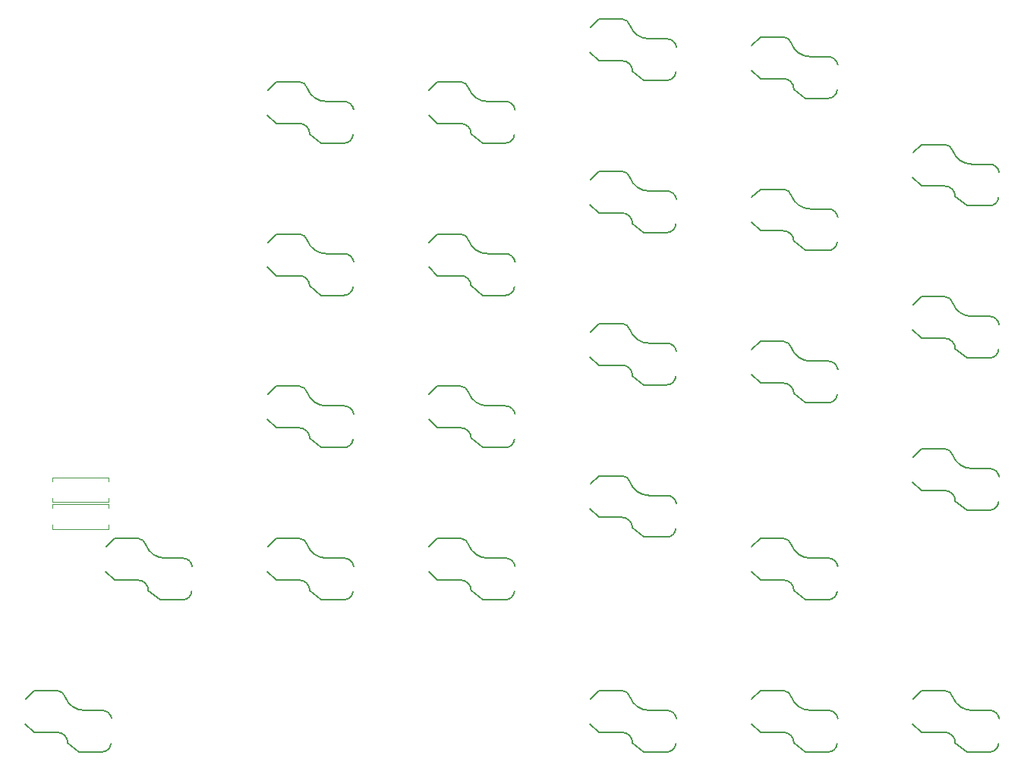
<source format=gbo>
%TF.GenerationSoftware,KiCad,Pcbnew,(5.99.0-12766-g4a3658027e)*%
%TF.CreationDate,2021-12-04T14:11:47+09:00*%
%TF.ProjectId,right,72696768-742e-46b6-9963-61645f706362,rev?*%
%TF.SameCoordinates,Original*%
%TF.FileFunction,Legend,Bot*%
%TF.FilePolarity,Positive*%
%FSLAX46Y46*%
G04 Gerber Fmt 4.6, Leading zero omitted, Abs format (unit mm)*
G04 Created by KiCad (PCBNEW (5.99.0-12766-g4a3658027e)) date 2021-12-04 14:11:47*
%MOMM*%
%LPD*%
G01*
G04 APERTURE LIST*
%ADD10C,0.150000*%
%ADD11C,0.120000*%
%ADD12R,1.600000X1.600000*%
%ADD13O,1.600000X1.600000*%
%ADD14C,1.600000*%
%ADD15C,3.000000*%
%ADD16C,3.400000*%
%ADD17C,1.900000*%
%ADD18C,0.990600*%
%ADD19R,2.600000X2.600000*%
%ADD20R,1.950000X2.600000*%
%ADD21C,2.000000*%
%ADD22C,1.524000*%
%ADD23C,5.700000*%
%ADD24O,0.800000X0.800000*%
%ADD25O,1.800000X1.150000*%
%ADD26O,2.000000X1.450000*%
G04 APERTURE END LIST*
D10*
%TO.C,U2*%
%TO.C,SW24*%
X198204886Y-27137500D02*
X200179886Y-27137500D01*
X192604886Y-24937500D02*
X191654886Y-25862500D01*
X192600000Y-29587500D02*
X191600000Y-28650000D01*
X197629886Y-31787500D02*
X196354886Y-30762500D01*
X197629886Y-31787500D02*
X200179886Y-31787500D01*
X192604886Y-24937500D02*
X195204886Y-24937500D01*
X192604886Y-29587500D02*
X195179886Y-29587500D01*
X200179886Y-27137501D02*
G75*
G02*
X201254886Y-28062500I0J-1087162D01*
G01*
X195205881Y-24938709D02*
G75*
G02*
X196067085Y-25640596I-38796J-926887D01*
G01*
X196067085Y-25640596D02*
G75*
G03*
X198204886Y-27137500I2137801J778096D01*
G01*
X196354886Y-30762500D02*
G75*
G03*
X195179886Y-29587500I-1175000J0D01*
G01*
X200179886Y-31787500D02*
G75*
G03*
X201179886Y-30862500I0J1003040D01*
G01*
%TO.C,SW25*%
X197629886Y-48787500D02*
X200179886Y-48787500D01*
X197629886Y-48787500D02*
X196354886Y-47762500D01*
X192604886Y-41937500D02*
X195204886Y-41937500D01*
X192604886Y-41937500D02*
X191654886Y-42862500D01*
X192604886Y-46587500D02*
X195179886Y-46587500D01*
X192600000Y-46587500D02*
X191600000Y-45650000D01*
X198204886Y-44137500D02*
X200179886Y-44137500D01*
X195205881Y-41938709D02*
G75*
G02*
X196067085Y-42640596I-38796J-926887D01*
G01*
X196354886Y-47762500D02*
G75*
G03*
X195179886Y-46587500I-1175000J0D01*
G01*
X196067085Y-42640596D02*
G75*
G03*
X198204886Y-44137500I2137801J778096D01*
G01*
X200179886Y-44137501D02*
G75*
G02*
X201254886Y-45062500I0J-1087162D01*
G01*
X200179886Y-48787500D02*
G75*
G03*
X201179886Y-47862500I0J1003040D01*
G01*
%TO.C,SW26*%
X197629886Y-65787500D02*
X200179886Y-65787500D01*
X192604886Y-58937500D02*
X191654886Y-59862500D01*
X198204886Y-61137500D02*
X200179886Y-61137500D01*
X192600000Y-63587500D02*
X191600000Y-62650000D01*
X192604886Y-58937500D02*
X195204886Y-58937500D01*
X197629886Y-65787500D02*
X196354886Y-64762500D01*
X192604886Y-63587500D02*
X195179886Y-63587500D01*
X196354886Y-64762500D02*
G75*
G03*
X195179886Y-63587500I-1175000J0D01*
G01*
X196067085Y-59640596D02*
G75*
G03*
X198204886Y-61137500I2137801J778096D01*
G01*
X195205881Y-58938709D02*
G75*
G02*
X196067085Y-59640596I-38796J-926887D01*
G01*
X200179886Y-65787500D02*
G75*
G03*
X201179886Y-64862500I0J1003040D01*
G01*
X200179886Y-61137501D02*
G75*
G02*
X201254886Y-62062500I0J-1087162D01*
G01*
%TO.C,SW28*%
X234204886Y-95137500D02*
X236179886Y-95137500D01*
X228604886Y-97587500D02*
X231179886Y-97587500D01*
X228600000Y-97587500D02*
X227600000Y-96650000D01*
X228604886Y-92937500D02*
X227654886Y-93862500D01*
X228604886Y-92937500D02*
X231204886Y-92937500D01*
X233629886Y-99787500D02*
X236179886Y-99787500D01*
X233629886Y-99787500D02*
X232354886Y-98762500D01*
X236179886Y-99787500D02*
G75*
G03*
X237179886Y-98862500I0J1003040D01*
G01*
X236179886Y-95137501D02*
G75*
G02*
X237254886Y-96062500I0J-1087162D01*
G01*
X232067085Y-93640596D02*
G75*
G03*
X234204886Y-95137500I2137801J778096D01*
G01*
X232354886Y-98762500D02*
G75*
G03*
X231179886Y-97587500I-1175000J0D01*
G01*
X231205881Y-92938709D02*
G75*
G02*
X232067085Y-93640596I-38796J-926887D01*
G01*
%TO.C,SW29*%
X216204886Y-27137500D02*
X218179886Y-27137500D01*
X215629886Y-31787500D02*
X214354886Y-30762500D01*
X210604886Y-24937500D02*
X213204886Y-24937500D01*
X210604886Y-24937500D02*
X209654886Y-25862500D01*
X215629886Y-31787500D02*
X218179886Y-31787500D01*
X210600000Y-29587500D02*
X209600000Y-28650000D01*
X210604886Y-29587500D02*
X213179886Y-29587500D01*
X214067085Y-25640596D02*
G75*
G03*
X216204886Y-27137500I2137801J778096D01*
G01*
X218179886Y-31787500D02*
G75*
G03*
X219179886Y-30862500I0J1003040D01*
G01*
X213205881Y-24938709D02*
G75*
G02*
X214067085Y-25640596I-38796J-926887D01*
G01*
X214354886Y-30762500D02*
G75*
G03*
X213179886Y-29587500I-1175000J0D01*
G01*
X218179886Y-27137501D02*
G75*
G02*
X219254886Y-28062500I0J-1087162D01*
G01*
%TO.C,SW30*%
X215629886Y-48787500D02*
X214354886Y-47762500D01*
X216204886Y-44137500D02*
X218179886Y-44137500D01*
X210604886Y-41937500D02*
X213204886Y-41937500D01*
X210600000Y-46587500D02*
X209600000Y-45650000D01*
X210604886Y-46587500D02*
X213179886Y-46587500D01*
X210604886Y-41937500D02*
X209654886Y-42862500D01*
X215629886Y-48787500D02*
X218179886Y-48787500D01*
X214354886Y-47762500D02*
G75*
G03*
X213179886Y-46587500I-1175000J0D01*
G01*
X218179886Y-48787500D02*
G75*
G03*
X219179886Y-47862500I0J1003040D01*
G01*
X214067085Y-42640596D02*
G75*
G03*
X216204886Y-44137500I2137801J778096D01*
G01*
X218179886Y-44137501D02*
G75*
G02*
X219254886Y-45062500I0J-1087162D01*
G01*
X213205881Y-41938709D02*
G75*
G02*
X214067085Y-42640596I-38796J-926887D01*
G01*
%TO.C,SW31*%
X210600000Y-63587500D02*
X209600000Y-62650000D01*
X215629886Y-65787500D02*
X214354886Y-64762500D01*
X215629886Y-65787500D02*
X218179886Y-65787500D01*
X210604886Y-58937500D02*
X213204886Y-58937500D01*
X216204886Y-61137500D02*
X218179886Y-61137500D01*
X210604886Y-58937500D02*
X209654886Y-59862500D01*
X210604886Y-63587500D02*
X213179886Y-63587500D01*
X218179886Y-65787500D02*
G75*
G03*
X219179886Y-64862500I0J1003040D01*
G01*
X214354886Y-64762500D02*
G75*
G03*
X213179886Y-63587500I-1175000J0D01*
G01*
X218179886Y-61137501D02*
G75*
G02*
X219254886Y-62062500I0J-1087162D01*
G01*
X214067085Y-59640596D02*
G75*
G03*
X216204886Y-61137500I2137801J778096D01*
G01*
X213205881Y-58938709D02*
G75*
G02*
X214067085Y-59640596I-38796J-926887D01*
G01*
%TO.C,SW33*%
X251629886Y-82787500D02*
X254179886Y-82787500D01*
X246604886Y-80587500D02*
X249179886Y-80587500D01*
X252204886Y-78137500D02*
X254179886Y-78137500D01*
X246604886Y-75937500D02*
X245654886Y-76862500D01*
X246604886Y-75937500D02*
X249204886Y-75937500D01*
X251629886Y-82787500D02*
X250354886Y-81762500D01*
X246600000Y-80587500D02*
X245600000Y-79650000D01*
X250067085Y-76640596D02*
G75*
G03*
X252204886Y-78137500I2137801J778096D01*
G01*
X250354886Y-81762500D02*
G75*
G03*
X249179886Y-80587500I-1175000J0D01*
G01*
X254179886Y-78137501D02*
G75*
G02*
X255254886Y-79062500I0J-1087162D01*
G01*
X249205881Y-75938709D02*
G75*
G02*
X250067085Y-76640596I-38796J-926887D01*
G01*
X254179886Y-82787500D02*
G75*
G03*
X255179886Y-81862500I0J1003040D01*
G01*
%TO.C,SW34*%
X228604886Y-17937500D02*
X227654886Y-18862500D01*
X233629886Y-24787500D02*
X232354886Y-23762500D01*
X228600000Y-22587500D02*
X227600000Y-21650000D01*
X234204886Y-20137500D02*
X236179886Y-20137500D01*
X228604886Y-22587500D02*
X231179886Y-22587500D01*
X228604886Y-17937500D02*
X231204886Y-17937500D01*
X233629886Y-24787500D02*
X236179886Y-24787500D01*
X232354886Y-23762500D02*
G75*
G03*
X231179886Y-22587500I-1175000J0D01*
G01*
X236179886Y-24787500D02*
G75*
G03*
X237179886Y-23862500I0J1003040D01*
G01*
X232067085Y-18640596D02*
G75*
G03*
X234204886Y-20137500I2137801J778096D01*
G01*
X231205881Y-17938709D02*
G75*
G02*
X232067085Y-18640596I-38796J-926887D01*
G01*
X236179886Y-20137501D02*
G75*
G02*
X237254886Y-21062500I0J-1087162D01*
G01*
%TO.C,SW35*%
X228604886Y-34937500D02*
X231204886Y-34937500D01*
X233629886Y-41787500D02*
X236179886Y-41787500D01*
X228604886Y-39587500D02*
X231179886Y-39587500D01*
X233629886Y-41787500D02*
X232354886Y-40762500D01*
X234204886Y-37137500D02*
X236179886Y-37137500D01*
X228600000Y-39587500D02*
X227600000Y-38650000D01*
X228604886Y-34937500D02*
X227654886Y-35862500D01*
X236179886Y-37137501D02*
G75*
G02*
X237254886Y-38062500I0J-1087162D01*
G01*
X232354886Y-40762500D02*
G75*
G03*
X231179886Y-39587500I-1175000J0D01*
G01*
X236179886Y-41787500D02*
G75*
G03*
X237179886Y-40862500I0J1003040D01*
G01*
X231205881Y-34938709D02*
G75*
G02*
X232067085Y-35640596I-38796J-926887D01*
G01*
X232067085Y-35640596D02*
G75*
G03*
X234204886Y-37137500I2137801J778096D01*
G01*
%TO.C,SW36*%
X228604886Y-51937500D02*
X227654886Y-52862500D01*
X233629886Y-58787500D02*
X232354886Y-57762500D01*
X233629886Y-58787500D02*
X236179886Y-58787500D01*
X228600000Y-56587500D02*
X227600000Y-55650000D01*
X234204886Y-54137500D02*
X236179886Y-54137500D01*
X228604886Y-56587500D02*
X231179886Y-56587500D01*
X228604886Y-51937500D02*
X231204886Y-51937500D01*
X232067085Y-52640596D02*
G75*
G03*
X234204886Y-54137500I2137801J778096D01*
G01*
X236179886Y-58787500D02*
G75*
G03*
X237179886Y-57862500I0J1003040D01*
G01*
X236179886Y-54137501D02*
G75*
G02*
X237254886Y-55062500I0J-1087162D01*
G01*
X231205881Y-51938709D02*
G75*
G02*
X232067085Y-52640596I-38796J-926887D01*
G01*
X232354886Y-57762500D02*
G75*
G03*
X231179886Y-56587500I-1175000J0D01*
G01*
%TO.C,SW38*%
X251629886Y-99787500D02*
X254179886Y-99787500D01*
X252204886Y-95137500D02*
X254179886Y-95137500D01*
X246604886Y-92937500D02*
X245654886Y-93862500D01*
X246600000Y-97587500D02*
X245600000Y-96650000D01*
X246604886Y-92937500D02*
X249204886Y-92937500D01*
X251629886Y-99787500D02*
X250354886Y-98762500D01*
X246604886Y-97587500D02*
X249179886Y-97587500D01*
X250067085Y-93640596D02*
G75*
G03*
X252204886Y-95137500I2137801J778096D01*
G01*
X254179886Y-95137501D02*
G75*
G02*
X255254886Y-96062500I0J-1087162D01*
G01*
X249205881Y-92938709D02*
G75*
G02*
X250067085Y-93640596I-38796J-926887D01*
G01*
X254179886Y-99787500D02*
G75*
G03*
X255179886Y-98862500I0J1003040D01*
G01*
X250354886Y-98762500D02*
G75*
G03*
X249179886Y-97587500I-1175000J0D01*
G01*
%TO.C,SW39*%
X246604886Y-19937500D02*
X245654886Y-20862500D01*
X246604886Y-19937500D02*
X249204886Y-19937500D01*
X246604886Y-24587500D02*
X249179886Y-24587500D01*
X251629886Y-26787500D02*
X254179886Y-26787500D01*
X252204886Y-22137500D02*
X254179886Y-22137500D01*
X251629886Y-26787500D02*
X250354886Y-25762500D01*
X246600000Y-24587500D02*
X245600000Y-23650000D01*
X250354886Y-25762500D02*
G75*
G03*
X249179886Y-24587500I-1175000J0D01*
G01*
X254179886Y-26787500D02*
G75*
G03*
X255179886Y-25862500I0J1003040D01*
G01*
X249205881Y-19938709D02*
G75*
G02*
X250067085Y-20640596I-38796J-926887D01*
G01*
X254179886Y-22137501D02*
G75*
G02*
X255254886Y-23062500I0J-1087162D01*
G01*
X250067085Y-20640596D02*
G75*
G03*
X252204886Y-22137500I2137801J778096D01*
G01*
%TO.C,SW40*%
X246604886Y-36937500D02*
X249204886Y-36937500D01*
X251629886Y-43787500D02*
X254179886Y-43787500D01*
X251629886Y-43787500D02*
X250354886Y-42762500D01*
X246604886Y-41587500D02*
X249179886Y-41587500D01*
X252204886Y-39137500D02*
X254179886Y-39137500D01*
X246604886Y-36937500D02*
X245654886Y-37862500D01*
X246600000Y-41587500D02*
X245600000Y-40650000D01*
X250067085Y-37640596D02*
G75*
G03*
X252204886Y-39137500I2137801J778096D01*
G01*
X254179886Y-43787500D02*
G75*
G03*
X255179886Y-42862500I0J1003040D01*
G01*
X249205881Y-36938709D02*
G75*
G02*
X250067085Y-37640596I-38796J-926887D01*
G01*
X250354886Y-42762500D02*
G75*
G03*
X249179886Y-41587500I-1175000J0D01*
G01*
X254179886Y-39137501D02*
G75*
G02*
X255254886Y-40062500I0J-1087162D01*
G01*
%TO.C,SW41*%
X246604886Y-58587500D02*
X249179886Y-58587500D01*
X251629886Y-60787500D02*
X250354886Y-59762500D01*
X246604886Y-53937500D02*
X245654886Y-54862500D01*
X246604886Y-53937500D02*
X249204886Y-53937500D01*
X251629886Y-60787500D02*
X254179886Y-60787500D01*
X246600000Y-58587500D02*
X245600000Y-57650000D01*
X252204886Y-56137500D02*
X254179886Y-56137500D01*
X250067085Y-54640596D02*
G75*
G03*
X252204886Y-56137500I2137801J778096D01*
G01*
X250354886Y-59762500D02*
G75*
G03*
X249179886Y-58587500I-1175000J0D01*
G01*
X249205881Y-53938709D02*
G75*
G02*
X250067085Y-54640596I-38796J-926887D01*
G01*
X254179886Y-56137501D02*
G75*
G02*
X255254886Y-57062500I0J-1087162D01*
G01*
X254179886Y-60787500D02*
G75*
G03*
X255179886Y-59862500I0J1003040D01*
G01*
%TO.C,SW43*%
X269629886Y-38787500D02*
X272179886Y-38787500D01*
X264600000Y-36587500D02*
X263600000Y-35650000D01*
X264604886Y-36587500D02*
X267179886Y-36587500D01*
X270204886Y-34137500D02*
X272179886Y-34137500D01*
X264604886Y-31937500D02*
X263654886Y-32862500D01*
X264604886Y-31937500D02*
X267204886Y-31937500D01*
X269629886Y-38787500D02*
X268354886Y-37762500D01*
X272179886Y-38787500D02*
G75*
G03*
X273179886Y-37862500I0J1003040D01*
G01*
X268067085Y-32640596D02*
G75*
G03*
X270204886Y-34137500I2137801J778096D01*
G01*
X272179886Y-34137501D02*
G75*
G02*
X273254886Y-35062500I0J-1087162D01*
G01*
X268354886Y-37762500D02*
G75*
G03*
X267179886Y-36587500I-1175000J0D01*
G01*
X267205881Y-31938709D02*
G75*
G02*
X268067085Y-32640596I-38796J-926887D01*
G01*
%TO.C,SW44*%
X269629886Y-55787500D02*
X268354886Y-54762500D01*
X270204886Y-51137500D02*
X272179886Y-51137500D01*
X264600000Y-53587500D02*
X263600000Y-52650000D01*
X264604886Y-48937500D02*
X263654886Y-49862500D01*
X264604886Y-48937500D02*
X267204886Y-48937500D01*
X264604886Y-53587500D02*
X267179886Y-53587500D01*
X269629886Y-55787500D02*
X272179886Y-55787500D01*
X267205881Y-48938709D02*
G75*
G02*
X268067085Y-49640596I-38796J-926887D01*
G01*
X272179886Y-51137501D02*
G75*
G02*
X273254886Y-52062500I0J-1087162D01*
G01*
X268067085Y-49640596D02*
G75*
G03*
X270204886Y-51137500I2137801J778096D01*
G01*
X268354886Y-54762500D02*
G75*
G03*
X267179886Y-53587500I-1175000J0D01*
G01*
X272179886Y-55787500D02*
G75*
G03*
X273179886Y-54862500I0J1003040D01*
G01*
%TO.C,SW45*%
X264600000Y-70587500D02*
X263600000Y-69650000D01*
X269629886Y-72787500D02*
X272179886Y-72787500D01*
X264604886Y-65937500D02*
X267204886Y-65937500D01*
X264604886Y-65937500D02*
X263654886Y-66862500D01*
X264604886Y-70587500D02*
X267179886Y-70587500D01*
X269629886Y-72787500D02*
X268354886Y-71762500D01*
X270204886Y-68137500D02*
X272179886Y-68137500D01*
X268067085Y-66640596D02*
G75*
G03*
X270204886Y-68137500I2137801J778096D01*
G01*
X268354886Y-71762500D02*
G75*
G03*
X267179886Y-70587500I-1175000J0D01*
G01*
X272179886Y-68137501D02*
G75*
G02*
X273254886Y-69062500I0J-1087162D01*
G01*
X267205881Y-65938709D02*
G75*
G02*
X268067085Y-66640596I-38796J-926887D01*
G01*
X272179886Y-72787500D02*
G75*
G03*
X273179886Y-71862500I0J1003040D01*
G01*
%TO.C,SW37*%
X192604886Y-75937500D02*
X191654886Y-76862500D01*
X192604886Y-75937500D02*
X195204886Y-75937500D01*
X192604886Y-80587500D02*
X195179886Y-80587500D01*
X192600000Y-80587500D02*
X191600000Y-79650000D01*
X197629886Y-82787500D02*
X196354886Y-81762500D01*
X197629886Y-82787500D02*
X200179886Y-82787500D01*
X198204886Y-78137500D02*
X200179886Y-78137500D01*
X195205881Y-75938709D02*
G75*
G02*
X196067085Y-76640596I-38796J-926887D01*
G01*
X200179886Y-82787500D02*
G75*
G03*
X201179886Y-81862500I0J1003040D01*
G01*
X196354886Y-81762500D02*
G75*
G03*
X195179886Y-80587500I-1175000J0D01*
G01*
X196067085Y-76640596D02*
G75*
G03*
X198204886Y-78137500I2137801J778096D01*
G01*
X200179886Y-78137501D02*
G75*
G02*
X201254886Y-79062500I0J-1087162D01*
G01*
%TO.C,SW42*%
X210600000Y-80587500D02*
X209600000Y-79650000D01*
X215629886Y-82787500D02*
X218179886Y-82787500D01*
X216204886Y-78137500D02*
X218179886Y-78137500D01*
X210604886Y-75937500D02*
X209654886Y-76862500D01*
X215629886Y-82787500D02*
X214354886Y-81762500D01*
X210604886Y-80587500D02*
X213179886Y-80587500D01*
X210604886Y-75937500D02*
X213204886Y-75937500D01*
X213205881Y-75938709D02*
G75*
G02*
X214067085Y-76640596I-38796J-926887D01*
G01*
X214067085Y-76640596D02*
G75*
G03*
X216204886Y-78137500I2137801J778096D01*
G01*
X214354886Y-81762500D02*
G75*
G03*
X213179886Y-80587500I-1175000J0D01*
G01*
X218179886Y-78137501D02*
G75*
G02*
X219254886Y-79062500I0J-1087162D01*
G01*
X218179886Y-82787500D02*
G75*
G03*
X219179886Y-81862500I0J1003040D01*
G01*
%TO.C,SW32*%
X174600000Y-80587500D02*
X173600000Y-79650000D01*
X174604886Y-80587500D02*
X177179886Y-80587500D01*
X174604886Y-75937500D02*
X177204886Y-75937500D01*
X179629886Y-82787500D02*
X182179886Y-82787500D01*
X174604886Y-75937500D02*
X173654886Y-76862500D01*
X179629886Y-82787500D02*
X178354886Y-81762500D01*
X180204886Y-78137500D02*
X182179886Y-78137500D01*
X178354886Y-81762500D02*
G75*
G03*
X177179886Y-80587500I-1175000J0D01*
G01*
X182179886Y-82787500D02*
G75*
G03*
X183179886Y-81862500I0J1003040D01*
G01*
X178067085Y-76640596D02*
G75*
G03*
X180204886Y-78137500I2137801J778096D01*
G01*
X182179886Y-78137501D02*
G75*
G02*
X183254886Y-79062500I0J-1087162D01*
G01*
X177205881Y-75938709D02*
G75*
G02*
X178067085Y-76640596I-38796J-926887D01*
G01*
%TO.C,SW27*%
X171204886Y-95137500D02*
X173179886Y-95137500D01*
X170629886Y-99787500D02*
X173179886Y-99787500D01*
X165604886Y-97587500D02*
X168179886Y-97587500D01*
X165604886Y-92937500D02*
X168204886Y-92937500D01*
X165604886Y-92937500D02*
X164654886Y-93862500D01*
X165600000Y-97587500D02*
X164600000Y-96650000D01*
X170629886Y-99787500D02*
X169354886Y-98762500D01*
X169067085Y-93640596D02*
G75*
G03*
X171204886Y-95137500I2137801J778096D01*
G01*
X168205881Y-92938709D02*
G75*
G02*
X169067085Y-93640596I-38796J-926887D01*
G01*
X173179886Y-95137501D02*
G75*
G02*
X174254886Y-96062500I0J-1087162D01*
G01*
X173179886Y-99787500D02*
G75*
G03*
X174179886Y-98862500I0J1003040D01*
G01*
X169354886Y-98762500D02*
G75*
G03*
X168179886Y-97587500I-1175000J0D01*
G01*
%TO.C,SW46*%
X228604886Y-68937500D02*
X227654886Y-69862500D01*
X233629886Y-75787500D02*
X236179886Y-75787500D01*
X233629886Y-75787500D02*
X232354886Y-74762500D01*
X228604886Y-73587500D02*
X231179886Y-73587500D01*
X228600000Y-73587500D02*
X227600000Y-72650000D01*
X234204886Y-71137500D02*
X236179886Y-71137500D01*
X228604886Y-68937500D02*
X231204886Y-68937500D01*
X232067085Y-69640596D02*
G75*
G03*
X234204886Y-71137500I2137801J778096D01*
G01*
X232354886Y-74762500D02*
G75*
G03*
X231179886Y-73587500I-1175000J0D01*
G01*
X231205881Y-68938709D02*
G75*
G02*
X232067085Y-69640596I-38796J-926887D01*
G01*
X236179886Y-71137501D02*
G75*
G02*
X237254886Y-72062500I0J-1087162D01*
G01*
X236179886Y-75787500D02*
G75*
G03*
X237179886Y-74862500I0J1003040D01*
G01*
%TO.C,SW50*%
X269629886Y-99787500D02*
X272179886Y-99787500D01*
X264604886Y-97587500D02*
X267179886Y-97587500D01*
X264600000Y-97587500D02*
X263600000Y-96650000D01*
X270204886Y-95137500D02*
X272179886Y-95137500D01*
X264604886Y-92937500D02*
X263654886Y-93862500D01*
X269629886Y-99787500D02*
X268354886Y-98762500D01*
X264604886Y-92937500D02*
X267204886Y-92937500D01*
X268354886Y-98762500D02*
G75*
G03*
X267179886Y-97587500I-1175000J0D01*
G01*
X272179886Y-99787500D02*
G75*
G03*
X273179886Y-98862500I0J1003040D01*
G01*
X268067085Y-93640596D02*
G75*
G03*
X270204886Y-95137500I2137801J778096D01*
G01*
X267205881Y-92938709D02*
G75*
G02*
X268067085Y-93640596I-38796J-926887D01*
G01*
X272179886Y-95137501D02*
G75*
G02*
X273254886Y-96062500I0J-1087162D01*
G01*
D11*
%TO.C,C4*%
X173870000Y-69130000D02*
X167630000Y-69130000D01*
X173870000Y-71425000D02*
X173870000Y-71870000D01*
X167630000Y-71425000D02*
X167630000Y-71870000D01*
X173870000Y-71870000D02*
X167630000Y-71870000D01*
X173870000Y-69130000D02*
X173870000Y-69575000D01*
X167630000Y-69130000D02*
X167630000Y-69575000D01*
%TO.C,C3*%
X167630000Y-72130000D02*
X167630000Y-72575000D01*
X173870000Y-74425000D02*
X173870000Y-74870000D01*
X173870000Y-74870000D02*
X167630000Y-74870000D01*
X173870000Y-72130000D02*
X173870000Y-72575000D01*
X173870000Y-72130000D02*
X167630000Y-72130000D01*
X167630000Y-74425000D02*
X167630000Y-74870000D01*
%TD*%
%LPC*%
D12*
%TO.C,D24*%
X265750000Y-20500000D03*
D13*
X258130000Y-20500000D03*
%TD*%
D12*
%TO.C,D27*%
X185000000Y-96250000D03*
D13*
X192620000Y-96250000D03*
%TD*%
D12*
%TO.C,D28*%
X265750000Y-84000000D03*
D13*
X258130000Y-84000000D03*
%TD*%
D12*
%TO.C,D29*%
X265750000Y-23000000D03*
D13*
X258130000Y-23000000D03*
%TD*%
D12*
%TO.C,D30*%
X204500000Y-98750000D03*
D13*
X212120000Y-98750000D03*
%TD*%
D12*
%TO.C,D32*%
X185000000Y-98750000D03*
D13*
X192620000Y-98750000D03*
%TD*%
D12*
%TO.C,D34*%
X265750000Y-25500000D03*
D13*
X258130000Y-25500000D03*
%TD*%
D12*
%TO.C,D35*%
X204500000Y-101250000D03*
D13*
X212120000Y-101250000D03*
%TD*%
D12*
%TO.C,D38*%
X265750000Y-86500000D03*
D13*
X258130000Y-86500000D03*
%TD*%
D12*
%TO.C,D40*%
X204500000Y-103750000D03*
D13*
X212120000Y-103750000D03*
%TD*%
D12*
%TO.C,D41*%
X194750000Y-103750000D03*
D13*
X202370000Y-103750000D03*
%TD*%
D12*
%TO.C,D42*%
X185000000Y-103750000D03*
D13*
X192620000Y-103750000D03*
%TD*%
D12*
%TO.C,D43*%
X265750000Y-30500000D03*
D13*
X258130000Y-30500000D03*
%TD*%
D12*
%TO.C,D44*%
X204500000Y-106250000D03*
D13*
X212120000Y-106250000D03*
%TD*%
D12*
%TO.C,D45*%
X194750000Y-106250000D03*
D13*
X202370000Y-106250000D03*
%TD*%
D14*
%TO.C,R3*%
X178000000Y-100500000D03*
D13*
X178000000Y-108120000D03*
%TD*%
D15*
%TO.C,SW24*%
X199000000Y-29500000D03*
X194000000Y-27300000D03*
D16*
X194000000Y-33250000D03*
D17*
X188500000Y-33250000D03*
D18*
X188780000Y-37450000D03*
D17*
X199500000Y-33250000D03*
D19*
X190700000Y-27250000D03*
D20*
X202000000Y-29450000D03*
%TD*%
D17*
%TO.C,SW25*%
X199500000Y-50250000D03*
D18*
X188780000Y-54450000D03*
D17*
X188500000Y-50250000D03*
D15*
X194000000Y-44300000D03*
X199000000Y-46500000D03*
D16*
X194000000Y-50250000D03*
D19*
X190700000Y-44250000D03*
D20*
X202000000Y-46450000D03*
%TD*%
D16*
%TO.C,SW26*%
X194000000Y-67250000D03*
D17*
X188500000Y-67250000D03*
D18*
X188780000Y-71450000D03*
D17*
X199500000Y-67250000D03*
D15*
X194000000Y-61300000D03*
X199000000Y-63500000D03*
D19*
X190700000Y-61250000D03*
D20*
X202000000Y-63450000D03*
%TD*%
D18*
%TO.C,SW28*%
X224780000Y-105450000D03*
D16*
X230000000Y-101250000D03*
D15*
X235000000Y-97500000D03*
D17*
X235500000Y-101250000D03*
D15*
X230000000Y-95300000D03*
D17*
X224500000Y-101250000D03*
D19*
X226700000Y-95250000D03*
D20*
X238000000Y-97450000D03*
%TD*%
D16*
%TO.C,SW29*%
X212000000Y-33250000D03*
D18*
X206780000Y-37450000D03*
D17*
X217500000Y-33250000D03*
D15*
X212000000Y-27300000D03*
X217000000Y-29500000D03*
D17*
X206500000Y-33250000D03*
D19*
X208700000Y-27250000D03*
D20*
X220000000Y-29450000D03*
%TD*%
D15*
%TO.C,SW30*%
X217000000Y-46500000D03*
X212000000Y-44300000D03*
D17*
X206500000Y-50250000D03*
D16*
X212000000Y-50250000D03*
D18*
X206780000Y-54450000D03*
D17*
X217500000Y-50250000D03*
D19*
X208700000Y-44250000D03*
D20*
X220000000Y-46450000D03*
%TD*%
D16*
%TO.C,SW31*%
X212000000Y-67250000D03*
D17*
X206500000Y-67250000D03*
X217500000Y-67250000D03*
D15*
X212000000Y-61300000D03*
X217000000Y-63500000D03*
D18*
X206780000Y-71450000D03*
D19*
X208700000Y-61250000D03*
D20*
X220000000Y-63450000D03*
%TD*%
D17*
%TO.C,SW33*%
X253500000Y-84250000D03*
D15*
X253000000Y-80500000D03*
D18*
X242780000Y-88450000D03*
D17*
X242500000Y-84250000D03*
D16*
X248000000Y-84250000D03*
D15*
X248000000Y-78300000D03*
D19*
X244700000Y-78250000D03*
D20*
X256000000Y-80450000D03*
%TD*%
D18*
%TO.C,SW34*%
X224780000Y-30450000D03*
D17*
X235500000Y-26250000D03*
D15*
X230000000Y-20300000D03*
D16*
X230000000Y-26250000D03*
D15*
X235000000Y-22500000D03*
D17*
X224500000Y-26250000D03*
D19*
X226700000Y-20250000D03*
D20*
X238000000Y-22450000D03*
%TD*%
D18*
%TO.C,SW35*%
X224780000Y-47450000D03*
D16*
X230000000Y-43250000D03*
D17*
X224500000Y-43250000D03*
X235500000Y-43250000D03*
D15*
X230000000Y-37300000D03*
X235000000Y-39500000D03*
D19*
X226700000Y-37250000D03*
D20*
X238000000Y-39450000D03*
%TD*%
D17*
%TO.C,SW36*%
X235500000Y-60250000D03*
D15*
X235000000Y-56500000D03*
D17*
X224500000Y-60250000D03*
D16*
X230000000Y-60250000D03*
D15*
X230000000Y-54300000D03*
D18*
X224780000Y-64450000D03*
D19*
X226700000Y-54250000D03*
D20*
X238000000Y-56450000D03*
%TD*%
D17*
%TO.C,SW38*%
X253500000Y-101250000D03*
D15*
X253000000Y-97500000D03*
X248000000Y-95300000D03*
D17*
X242500000Y-101250000D03*
D16*
X248000000Y-101250000D03*
D18*
X242780000Y-105450000D03*
D19*
X244700000Y-95250000D03*
D20*
X256000000Y-97450000D03*
%TD*%
D15*
%TO.C,SW39*%
X248000000Y-22300000D03*
X253000000Y-24500000D03*
D17*
X242500000Y-28250000D03*
D18*
X242780000Y-32450000D03*
D17*
X253500000Y-28250000D03*
D16*
X248000000Y-28250000D03*
D19*
X244700000Y-22250000D03*
D20*
X256000000Y-24450000D03*
%TD*%
D17*
%TO.C,SW40*%
X242500000Y-45250000D03*
X253500000Y-45250000D03*
D18*
X242780000Y-49450000D03*
D16*
X248000000Y-45250000D03*
D15*
X253000000Y-41500000D03*
X248000000Y-39300000D03*
D19*
X244700000Y-39250000D03*
D20*
X256000000Y-41450000D03*
%TD*%
D15*
%TO.C,SW41*%
X248000000Y-56300000D03*
D17*
X242500000Y-62250000D03*
D18*
X242780000Y-66450000D03*
D15*
X253000000Y-58500000D03*
D17*
X253500000Y-62250000D03*
D16*
X248000000Y-62250000D03*
D19*
X244700000Y-56250000D03*
D20*
X256000000Y-58450000D03*
%TD*%
D15*
%TO.C,SW43*%
X266000000Y-34300000D03*
D17*
X260500000Y-40250000D03*
D16*
X266000000Y-40250000D03*
D15*
X271000000Y-36500000D03*
D18*
X260780000Y-44450000D03*
D17*
X271500000Y-40250000D03*
D19*
X262700000Y-34250000D03*
D20*
X274000000Y-36450000D03*
%TD*%
D15*
%TO.C,SW44*%
X266000000Y-51300000D03*
D18*
X260780000Y-61450000D03*
D16*
X266000000Y-57250000D03*
D15*
X271000000Y-53500000D03*
D17*
X260500000Y-57250000D03*
X271500000Y-57250000D03*
D19*
X262700000Y-51250000D03*
D20*
X274000000Y-53450000D03*
%TD*%
D17*
%TO.C,SW45*%
X260500000Y-74250000D03*
D15*
X271000000Y-70500000D03*
D16*
X266000000Y-74250000D03*
D17*
X271500000Y-74250000D03*
D18*
X260780000Y-78450000D03*
D15*
X266000000Y-68300000D03*
D19*
X262700000Y-68250000D03*
D20*
X274000000Y-70450000D03*
%TD*%
D21*
%TO.C,SW48*%
X176000000Y-74000000D03*
X182500000Y-74000000D03*
X176000000Y-69500000D03*
X182500000Y-69500000D03*
%TD*%
D22*
%TO.C,U2*%
X183361400Y-28772000D03*
X183361400Y-31312000D03*
X183361400Y-33852000D03*
X183361400Y-36392000D03*
X183361400Y-38932000D03*
X183361400Y-41472000D03*
X183361400Y-44012000D03*
X183361400Y-46552000D03*
X183361400Y-49092000D03*
X183361400Y-51632000D03*
X183361400Y-54172000D03*
X183361400Y-56712000D03*
X168141400Y-56712000D03*
X168141400Y-54172000D03*
X168141400Y-51632000D03*
X168141400Y-49092000D03*
X168141400Y-46552000D03*
X168141400Y-44012000D03*
X168141400Y-41472000D03*
X168141400Y-38932000D03*
X168141400Y-36392000D03*
X168141400Y-33852000D03*
X168141400Y-31312000D03*
X168141400Y-28772000D03*
%TD*%
D12*
%TO.C,D25*%
X204500000Y-96250000D03*
D13*
X212120000Y-96250000D03*
%TD*%
D12*
%TO.C,D26*%
X194750000Y-96250000D03*
D13*
X202370000Y-96250000D03*
%TD*%
D12*
%TO.C,D31*%
X194750000Y-98750000D03*
D13*
X202370000Y-98750000D03*
%TD*%
D12*
%TO.C,D33*%
X265750000Y-89000000D03*
D13*
X258130000Y-89000000D03*
%TD*%
D12*
%TO.C,D36*%
X194750000Y-101250000D03*
D13*
X202370000Y-101250000D03*
%TD*%
D12*
%TO.C,D37*%
X185000000Y-101250000D03*
D13*
X192620000Y-101250000D03*
%TD*%
D12*
%TO.C,D39*%
X265750000Y-28000000D03*
D13*
X258130000Y-28000000D03*
%TD*%
D15*
%TO.C,SW37*%
X199000000Y-80500000D03*
D16*
X194000000Y-84250000D03*
D17*
X188500000Y-84250000D03*
D15*
X194000000Y-78300000D03*
D17*
X199500000Y-84250000D03*
D18*
X188780000Y-88450000D03*
D19*
X190700000Y-78250000D03*
D20*
X202000000Y-80450000D03*
%TD*%
D16*
%TO.C,SW42*%
X212000000Y-84250000D03*
D17*
X206500000Y-84250000D03*
D15*
X217000000Y-80500000D03*
X212000000Y-78300000D03*
D17*
X217500000Y-84250000D03*
D18*
X206780000Y-88450000D03*
D19*
X208700000Y-78250000D03*
D20*
X220000000Y-80450000D03*
%TD*%
D17*
%TO.C,SW32*%
X181500000Y-84250000D03*
X170500000Y-84250000D03*
D18*
X170780000Y-88450000D03*
D16*
X176000000Y-84250000D03*
D15*
X181000000Y-80500000D03*
X176000000Y-78300000D03*
D19*
X172700000Y-78250000D03*
D20*
X184000000Y-80450000D03*
%TD*%
D16*
%TO.C,SW27*%
X167000000Y-101250000D03*
D17*
X172500000Y-101250000D03*
D15*
X167000000Y-95300000D03*
D17*
X161500000Y-101250000D03*
D18*
X161780000Y-105450000D03*
D15*
X172000000Y-97500000D03*
D19*
X163700000Y-95250000D03*
D20*
X175000000Y-97450000D03*
%TD*%
D12*
%TO.C,D46*%
X185000000Y-106250000D03*
D13*
X192620000Y-106250000D03*
%TD*%
D17*
%TO.C,SW46*%
X224500000Y-77250000D03*
D16*
X230000000Y-77250000D03*
D15*
X230000000Y-71300000D03*
D18*
X224780000Y-81450000D03*
D15*
X235000000Y-73500000D03*
D17*
X235500000Y-77250000D03*
D19*
X226700000Y-71250000D03*
D20*
X238000000Y-73450000D03*
%TD*%
D14*
%TO.C,R4*%
X181000000Y-100500000D03*
D13*
X181000000Y-108120000D03*
%TD*%
D23*
%TO.C,H15*%
X270250000Y-22500000D03*
%TD*%
D12*
%TO.C,D48*%
X265750000Y-91500000D03*
D13*
X258130000Y-91500000D03*
%TD*%
D23*
%TO.C,H10*%
X271750000Y-87750000D03*
%TD*%
%TO.C,H11*%
X179250000Y-96000000D03*
%TD*%
%TO.C,H14*%
X217750000Y-96000000D03*
%TD*%
D24*
%TO.C,J2*%
X171550000Y-66000000D03*
X171550000Y-61000000D03*
D25*
X168800000Y-59625000D03*
D26*
X172600000Y-59775000D03*
D25*
X168800000Y-67375000D03*
D26*
X172600000Y-67225000D03*
%TD*%
D23*
%TO.C,H13*%
X235750000Y-89250000D03*
%TD*%
D12*
%TO.C,BZ2*%
X181500000Y-63000000D03*
D14*
X177500000Y-63000000D03*
%TD*%
D23*
%TO.C,H9*%
X217750000Y-21500000D03*
%TD*%
D16*
%TO.C,SW50*%
X266000000Y-101250000D03*
D15*
X271000000Y-97500000D03*
X266000000Y-95300000D03*
D17*
X271500000Y-101250000D03*
X260500000Y-101250000D03*
D18*
X260780000Y-105450000D03*
D19*
X262700000Y-95250000D03*
D20*
X274000000Y-97450000D03*
%TD*%
D23*
%TO.C,H12*%
X194500000Y-21500000D03*
%TD*%
D14*
%TO.C,C4*%
X173250000Y-70500000D03*
X168250000Y-70500000D03*
%TD*%
%TO.C,C3*%
X173250000Y-73500000D03*
X168250000Y-73500000D03*
%TD*%
M02*

</source>
